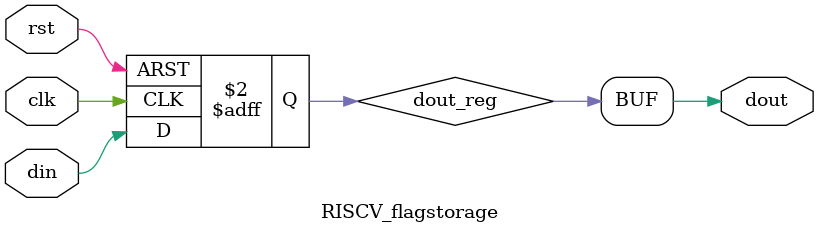
<source format=v>
module RISCV_flagstorage(input clk,input rst,input din,output dout);
    
reg dout_reg;
    
always @(posedge clk or posedge rst) 
begin
if(rst)
dout_reg <= 0;
else
dout_reg <= din;
end
    
assign dout = dout_reg;
    
endmodule

</source>
